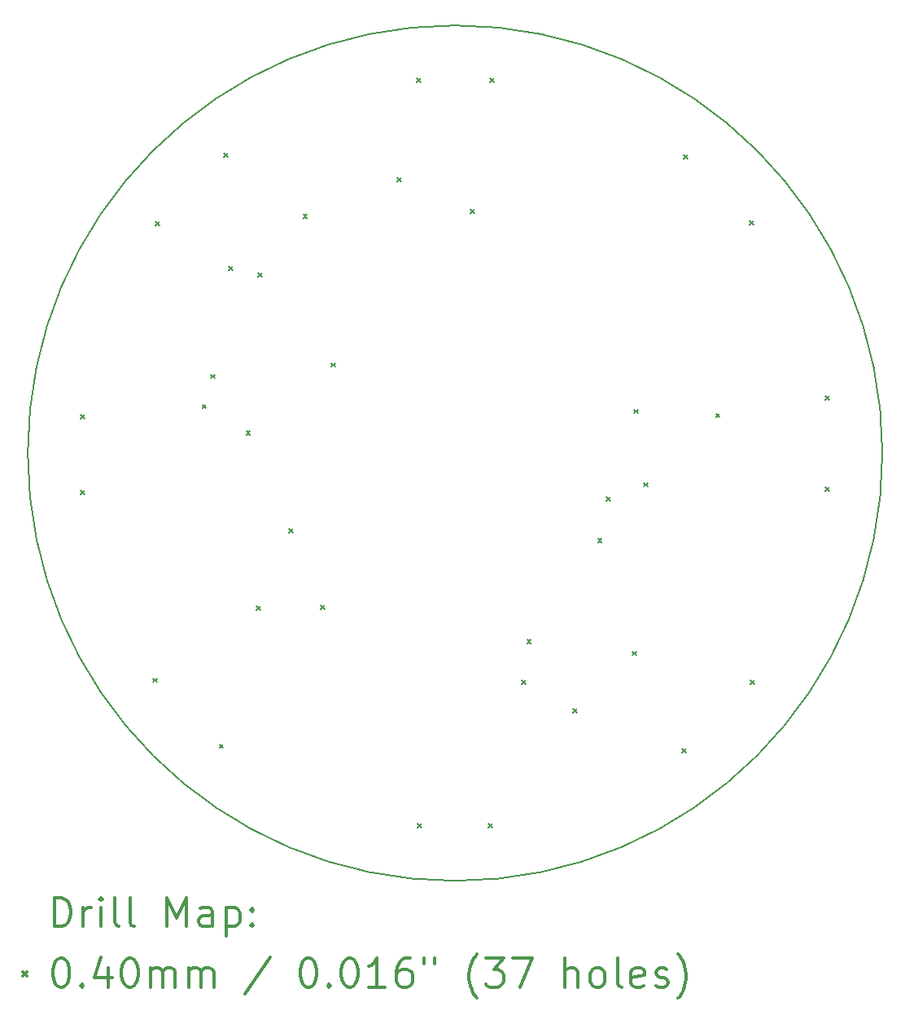
<source format=gbr>
%FSLAX45Y45*%
G04 Gerber Fmt 4.5, Leading zero omitted, Abs format (unit mm)*
G04 Created by KiCad (PCBNEW (5.0.0)) date 01/27/19 21:54:23*
%MOMM*%
%LPD*%
G01*
G04 APERTURE LIST*
%ADD10C,0.200000*%
%ADD11C,0.300000*%
G04 APERTURE END LIST*
D10*
X18415000Y-10795000D02*
G75*
G03X18415000Y-10795000I-4445000J0D01*
G01*
D10*
X10076500Y-11181400D02*
X10116500Y-11221400D01*
X10116500Y-11181400D02*
X10076500Y-11221400D01*
X10076500Y-10394000D02*
X10116500Y-10434000D01*
X10116500Y-10394000D02*
X10076500Y-10434000D01*
X10830880Y-13134660D02*
X10870880Y-13174660D01*
X10870880Y-13134660D02*
X10830880Y-13174660D01*
X10855010Y-8391210D02*
X10895010Y-8431210D01*
X10895010Y-8391210D02*
X10855010Y-8431210D01*
X11341420Y-10289860D02*
X11381420Y-10329860D01*
X11381420Y-10289860D02*
X11341420Y-10329860D01*
X11427780Y-9977440D02*
X11467780Y-10017440D01*
X11467780Y-9977440D02*
X11427780Y-10017440D01*
X11517826Y-13821607D02*
X11557826Y-13861607D01*
X11557826Y-13821607D02*
X11517826Y-13861607D01*
X11566210Y-7680010D02*
X11606210Y-7720010D01*
X11606210Y-7680010D02*
X11566210Y-7720010D01*
X11613200Y-8857300D02*
X11653200Y-8897300D01*
X11653200Y-8857300D02*
X11613200Y-8897300D01*
X11798620Y-10564180D02*
X11838620Y-10604180D01*
X11838620Y-10564180D02*
X11798620Y-10604180D01*
X11902760Y-12387900D02*
X11942760Y-12427900D01*
X11942760Y-12387900D02*
X11902760Y-12427900D01*
X11918000Y-8920800D02*
X11958000Y-8960800D01*
X11958000Y-8920800D02*
X11918000Y-8960800D01*
X12240580Y-11580180D02*
X12280580Y-11620180D01*
X12280580Y-11580180D02*
X12240580Y-11620180D01*
X12391300Y-8311200D02*
X12431300Y-8351200D01*
X12431300Y-8311200D02*
X12391300Y-8351200D01*
X12575860Y-12377740D02*
X12615860Y-12417740D01*
X12615860Y-12377740D02*
X12575860Y-12417740D01*
X12680000Y-9858060D02*
X12720000Y-9898060D01*
X12720000Y-9858060D02*
X12680000Y-9898060D01*
X13365800Y-7930200D02*
X13405800Y-7970200D01*
X13405800Y-7930200D02*
X13365800Y-7970200D01*
X13568998Y-6901499D02*
X13608998Y-6941499D01*
X13608998Y-6901499D02*
X13568998Y-6941499D01*
X13581703Y-14648500D02*
X13621703Y-14688500D01*
X13621703Y-14648500D02*
X13581703Y-14688500D01*
X14127800Y-8260400D02*
X14167800Y-8300400D01*
X14167800Y-8260400D02*
X14127800Y-8300400D01*
X14318297Y-14648500D02*
X14358297Y-14688500D01*
X14358297Y-14648500D02*
X14318297Y-14688500D01*
X14331002Y-6901500D02*
X14371002Y-6941500D01*
X14371002Y-6901500D02*
X14331002Y-6941500D01*
X14661200Y-13157520D02*
X14701200Y-13197520D01*
X14701200Y-13157520D02*
X14661200Y-13197520D01*
X14719620Y-12735880D02*
X14759620Y-12775880D01*
X14759620Y-12735880D02*
X14719620Y-12775880D01*
X15197000Y-13454700D02*
X15237000Y-13494700D01*
X15237000Y-13454700D02*
X15197000Y-13494700D01*
X15455415Y-11680975D02*
X15495415Y-11720975D01*
X15495415Y-11680975D02*
X15455415Y-11720975D01*
X15542580Y-11249980D02*
X15582580Y-11289980D01*
X15582580Y-11249980D02*
X15542580Y-11289980D01*
X15816900Y-12855260D02*
X15856900Y-12895260D01*
X15856900Y-12855260D02*
X15816900Y-12895260D01*
X15829600Y-10340660D02*
X15869600Y-10380660D01*
X15869600Y-10340660D02*
X15829600Y-10380660D01*
X15931200Y-11102660D02*
X15971200Y-11142660D01*
X15971200Y-11102660D02*
X15931200Y-11142660D01*
X16333792Y-13869993D02*
X16373792Y-13909993D01*
X16373792Y-13869993D02*
X16333792Y-13909993D01*
X16346490Y-7692710D02*
X16386490Y-7732710D01*
X16386490Y-7692710D02*
X16346490Y-7732710D01*
X16683040Y-10383840D02*
X16723040Y-10423840D01*
X16723040Y-10383840D02*
X16683040Y-10423840D01*
X17032290Y-8378510D02*
X17072290Y-8418510D01*
X17072290Y-8378510D02*
X17032290Y-8418510D01*
X17044992Y-13158791D02*
X17084992Y-13198791D01*
X17084992Y-13158791D02*
X17044992Y-13198791D01*
X17823500Y-10203500D02*
X17863500Y-10243500D01*
X17863500Y-10203500D02*
X17823500Y-10243500D01*
X17823500Y-11150650D02*
X17863500Y-11190650D01*
X17863500Y-11150650D02*
X17823500Y-11190650D01*
D11*
X9801428Y-15715714D02*
X9801428Y-15415714D01*
X9872857Y-15415714D01*
X9915714Y-15430000D01*
X9944286Y-15458571D01*
X9958571Y-15487143D01*
X9972857Y-15544286D01*
X9972857Y-15587143D01*
X9958571Y-15644286D01*
X9944286Y-15672857D01*
X9915714Y-15701429D01*
X9872857Y-15715714D01*
X9801428Y-15715714D01*
X10101428Y-15715714D02*
X10101428Y-15515714D01*
X10101428Y-15572857D02*
X10115714Y-15544286D01*
X10130000Y-15530000D01*
X10158571Y-15515714D01*
X10187143Y-15515714D01*
X10287143Y-15715714D02*
X10287143Y-15515714D01*
X10287143Y-15415714D02*
X10272857Y-15430000D01*
X10287143Y-15444286D01*
X10301428Y-15430000D01*
X10287143Y-15415714D01*
X10287143Y-15444286D01*
X10472857Y-15715714D02*
X10444286Y-15701429D01*
X10430000Y-15672857D01*
X10430000Y-15415714D01*
X10630000Y-15715714D02*
X10601428Y-15701429D01*
X10587143Y-15672857D01*
X10587143Y-15415714D01*
X10972857Y-15715714D02*
X10972857Y-15415714D01*
X11072857Y-15630000D01*
X11172857Y-15415714D01*
X11172857Y-15715714D01*
X11444286Y-15715714D02*
X11444286Y-15558571D01*
X11430000Y-15530000D01*
X11401428Y-15515714D01*
X11344286Y-15515714D01*
X11315714Y-15530000D01*
X11444286Y-15701429D02*
X11415714Y-15715714D01*
X11344286Y-15715714D01*
X11315714Y-15701429D01*
X11301428Y-15672857D01*
X11301428Y-15644286D01*
X11315714Y-15615714D01*
X11344286Y-15601429D01*
X11415714Y-15601429D01*
X11444286Y-15587143D01*
X11587143Y-15515714D02*
X11587143Y-15815714D01*
X11587143Y-15530000D02*
X11615714Y-15515714D01*
X11672857Y-15515714D01*
X11701428Y-15530000D01*
X11715714Y-15544286D01*
X11730000Y-15572857D01*
X11730000Y-15658571D01*
X11715714Y-15687143D01*
X11701428Y-15701429D01*
X11672857Y-15715714D01*
X11615714Y-15715714D01*
X11587143Y-15701429D01*
X11858571Y-15687143D02*
X11872857Y-15701429D01*
X11858571Y-15715714D01*
X11844286Y-15701429D01*
X11858571Y-15687143D01*
X11858571Y-15715714D01*
X11858571Y-15530000D02*
X11872857Y-15544286D01*
X11858571Y-15558571D01*
X11844286Y-15544286D01*
X11858571Y-15530000D01*
X11858571Y-15558571D01*
X9475000Y-16190000D02*
X9515000Y-16230000D01*
X9515000Y-16190000D02*
X9475000Y-16230000D01*
X9858571Y-16045714D02*
X9887143Y-16045714D01*
X9915714Y-16060000D01*
X9930000Y-16074286D01*
X9944286Y-16102857D01*
X9958571Y-16160000D01*
X9958571Y-16231429D01*
X9944286Y-16288571D01*
X9930000Y-16317143D01*
X9915714Y-16331429D01*
X9887143Y-16345714D01*
X9858571Y-16345714D01*
X9830000Y-16331429D01*
X9815714Y-16317143D01*
X9801428Y-16288571D01*
X9787143Y-16231429D01*
X9787143Y-16160000D01*
X9801428Y-16102857D01*
X9815714Y-16074286D01*
X9830000Y-16060000D01*
X9858571Y-16045714D01*
X10087143Y-16317143D02*
X10101428Y-16331429D01*
X10087143Y-16345714D01*
X10072857Y-16331429D01*
X10087143Y-16317143D01*
X10087143Y-16345714D01*
X10358571Y-16145714D02*
X10358571Y-16345714D01*
X10287143Y-16031429D02*
X10215714Y-16245714D01*
X10401428Y-16245714D01*
X10572857Y-16045714D02*
X10601428Y-16045714D01*
X10630000Y-16060000D01*
X10644286Y-16074286D01*
X10658571Y-16102857D01*
X10672857Y-16160000D01*
X10672857Y-16231429D01*
X10658571Y-16288571D01*
X10644286Y-16317143D01*
X10630000Y-16331429D01*
X10601428Y-16345714D01*
X10572857Y-16345714D01*
X10544286Y-16331429D01*
X10530000Y-16317143D01*
X10515714Y-16288571D01*
X10501428Y-16231429D01*
X10501428Y-16160000D01*
X10515714Y-16102857D01*
X10530000Y-16074286D01*
X10544286Y-16060000D01*
X10572857Y-16045714D01*
X10801428Y-16345714D02*
X10801428Y-16145714D01*
X10801428Y-16174286D02*
X10815714Y-16160000D01*
X10844286Y-16145714D01*
X10887143Y-16145714D01*
X10915714Y-16160000D01*
X10930000Y-16188571D01*
X10930000Y-16345714D01*
X10930000Y-16188571D02*
X10944286Y-16160000D01*
X10972857Y-16145714D01*
X11015714Y-16145714D01*
X11044286Y-16160000D01*
X11058571Y-16188571D01*
X11058571Y-16345714D01*
X11201428Y-16345714D02*
X11201428Y-16145714D01*
X11201428Y-16174286D02*
X11215714Y-16160000D01*
X11244286Y-16145714D01*
X11287143Y-16145714D01*
X11315714Y-16160000D01*
X11330000Y-16188571D01*
X11330000Y-16345714D01*
X11330000Y-16188571D02*
X11344286Y-16160000D01*
X11372857Y-16145714D01*
X11415714Y-16145714D01*
X11444286Y-16160000D01*
X11458571Y-16188571D01*
X11458571Y-16345714D01*
X12044286Y-16031429D02*
X11787143Y-16417143D01*
X12430000Y-16045714D02*
X12458571Y-16045714D01*
X12487143Y-16060000D01*
X12501428Y-16074286D01*
X12515714Y-16102857D01*
X12530000Y-16160000D01*
X12530000Y-16231429D01*
X12515714Y-16288571D01*
X12501428Y-16317143D01*
X12487143Y-16331429D01*
X12458571Y-16345714D01*
X12430000Y-16345714D01*
X12401428Y-16331429D01*
X12387143Y-16317143D01*
X12372857Y-16288571D01*
X12358571Y-16231429D01*
X12358571Y-16160000D01*
X12372857Y-16102857D01*
X12387143Y-16074286D01*
X12401428Y-16060000D01*
X12430000Y-16045714D01*
X12658571Y-16317143D02*
X12672857Y-16331429D01*
X12658571Y-16345714D01*
X12644286Y-16331429D01*
X12658571Y-16317143D01*
X12658571Y-16345714D01*
X12858571Y-16045714D02*
X12887143Y-16045714D01*
X12915714Y-16060000D01*
X12930000Y-16074286D01*
X12944286Y-16102857D01*
X12958571Y-16160000D01*
X12958571Y-16231429D01*
X12944286Y-16288571D01*
X12930000Y-16317143D01*
X12915714Y-16331429D01*
X12887143Y-16345714D01*
X12858571Y-16345714D01*
X12830000Y-16331429D01*
X12815714Y-16317143D01*
X12801428Y-16288571D01*
X12787143Y-16231429D01*
X12787143Y-16160000D01*
X12801428Y-16102857D01*
X12815714Y-16074286D01*
X12830000Y-16060000D01*
X12858571Y-16045714D01*
X13244286Y-16345714D02*
X13072857Y-16345714D01*
X13158571Y-16345714D02*
X13158571Y-16045714D01*
X13130000Y-16088571D01*
X13101428Y-16117143D01*
X13072857Y-16131429D01*
X13501428Y-16045714D02*
X13444286Y-16045714D01*
X13415714Y-16060000D01*
X13401428Y-16074286D01*
X13372857Y-16117143D01*
X13358571Y-16174286D01*
X13358571Y-16288571D01*
X13372857Y-16317143D01*
X13387143Y-16331429D01*
X13415714Y-16345714D01*
X13472857Y-16345714D01*
X13501428Y-16331429D01*
X13515714Y-16317143D01*
X13530000Y-16288571D01*
X13530000Y-16217143D01*
X13515714Y-16188571D01*
X13501428Y-16174286D01*
X13472857Y-16160000D01*
X13415714Y-16160000D01*
X13387143Y-16174286D01*
X13372857Y-16188571D01*
X13358571Y-16217143D01*
X13644286Y-16045714D02*
X13644286Y-16102857D01*
X13758571Y-16045714D02*
X13758571Y-16102857D01*
X14201428Y-16460000D02*
X14187143Y-16445714D01*
X14158571Y-16402857D01*
X14144286Y-16374286D01*
X14130000Y-16331429D01*
X14115714Y-16260000D01*
X14115714Y-16202857D01*
X14130000Y-16131429D01*
X14144286Y-16088571D01*
X14158571Y-16060000D01*
X14187143Y-16017143D01*
X14201428Y-16002857D01*
X14287143Y-16045714D02*
X14472857Y-16045714D01*
X14372857Y-16160000D01*
X14415714Y-16160000D01*
X14444286Y-16174286D01*
X14458571Y-16188571D01*
X14472857Y-16217143D01*
X14472857Y-16288571D01*
X14458571Y-16317143D01*
X14444286Y-16331429D01*
X14415714Y-16345714D01*
X14330000Y-16345714D01*
X14301428Y-16331429D01*
X14287143Y-16317143D01*
X14572857Y-16045714D02*
X14772857Y-16045714D01*
X14644286Y-16345714D01*
X15115714Y-16345714D02*
X15115714Y-16045714D01*
X15244286Y-16345714D02*
X15244286Y-16188571D01*
X15230000Y-16160000D01*
X15201428Y-16145714D01*
X15158571Y-16145714D01*
X15130000Y-16160000D01*
X15115714Y-16174286D01*
X15430000Y-16345714D02*
X15401428Y-16331429D01*
X15387143Y-16317143D01*
X15372857Y-16288571D01*
X15372857Y-16202857D01*
X15387143Y-16174286D01*
X15401428Y-16160000D01*
X15430000Y-16145714D01*
X15472857Y-16145714D01*
X15501428Y-16160000D01*
X15515714Y-16174286D01*
X15530000Y-16202857D01*
X15530000Y-16288571D01*
X15515714Y-16317143D01*
X15501428Y-16331429D01*
X15472857Y-16345714D01*
X15430000Y-16345714D01*
X15701428Y-16345714D02*
X15672857Y-16331429D01*
X15658571Y-16302857D01*
X15658571Y-16045714D01*
X15930000Y-16331429D02*
X15901428Y-16345714D01*
X15844286Y-16345714D01*
X15815714Y-16331429D01*
X15801428Y-16302857D01*
X15801428Y-16188571D01*
X15815714Y-16160000D01*
X15844286Y-16145714D01*
X15901428Y-16145714D01*
X15930000Y-16160000D01*
X15944286Y-16188571D01*
X15944286Y-16217143D01*
X15801428Y-16245714D01*
X16058571Y-16331429D02*
X16087143Y-16345714D01*
X16144286Y-16345714D01*
X16172857Y-16331429D01*
X16187143Y-16302857D01*
X16187143Y-16288571D01*
X16172857Y-16260000D01*
X16144286Y-16245714D01*
X16101428Y-16245714D01*
X16072857Y-16231429D01*
X16058571Y-16202857D01*
X16058571Y-16188571D01*
X16072857Y-16160000D01*
X16101428Y-16145714D01*
X16144286Y-16145714D01*
X16172857Y-16160000D01*
X16287143Y-16460000D02*
X16301428Y-16445714D01*
X16330000Y-16402857D01*
X16344286Y-16374286D01*
X16358571Y-16331429D01*
X16372857Y-16260000D01*
X16372857Y-16202857D01*
X16358571Y-16131429D01*
X16344286Y-16088571D01*
X16330000Y-16060000D01*
X16301428Y-16017143D01*
X16287143Y-16002857D01*
M02*

</source>
